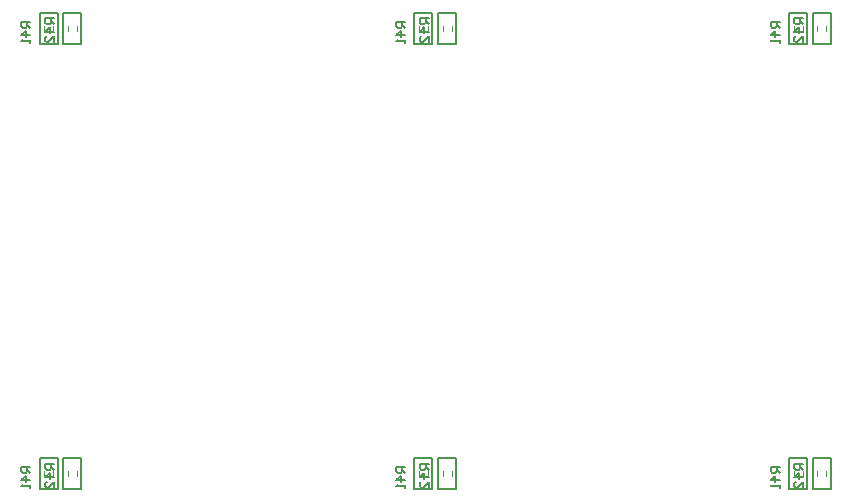
<source format=gbo>
G04*
G04 #@! TF.GenerationSoftware,Altium Limited,Altium Designer,22.7.1 (60)*
G04*
G04 Layer_Color=32896*
%FSTAX24Y24*%
%MOIN*%
G70*
G04*
G04 #@! TF.SameCoordinates,6CD0EBB0-E617-4DF7-9ACC-651BA77C9F88*
G04*
G04*
G04 #@! TF.FilePolarity,Positive*
G04*
G01*
G75*
%ADD22C,0.0080*%
%ADD32C,0.0039*%
%ADD34C,0.0050*%
D22*
X044379Y021719D02*
X044079D01*
Y02157D01*
X044129Y02152D01*
X044229D01*
X044279Y02157D01*
Y021719D01*
Y02162D02*
X044379Y02152D01*
Y02127D02*
X044079D01*
X044229Y02142D01*
Y02122D01*
X044379Y02092D02*
Y02112D01*
X044179Y02092D01*
X044129D01*
X044079Y02097D01*
Y02107D01*
X044129Y02112D01*
X043591Y021617D02*
X043291D01*
Y021467D01*
X043341Y021418D01*
X043441D01*
X043491Y021467D01*
Y021617D01*
Y021517D02*
X043591Y021418D01*
Y021168D02*
X043291D01*
X043441Y021318D01*
Y021118D01*
X043591Y021018D02*
Y020918D01*
Y020968D01*
X043291D01*
X043341Y021018D01*
X044379Y036557D02*
X044079D01*
Y036407D01*
X044129Y036357D01*
X044229D01*
X044279Y036407D01*
Y036557D01*
Y036457D02*
X044379Y036357D01*
Y036107D02*
X044079D01*
X044229Y036257D01*
Y036057D01*
X044379Y035757D02*
Y035957D01*
X044179Y035757D01*
X044129D01*
X044079Y035807D01*
Y035907D01*
X044129Y035957D01*
X043591Y036455D02*
X043291D01*
Y036305D01*
X043341Y036255D01*
X043441D01*
X043491Y036305D01*
Y036455D01*
Y036355D02*
X043591Y036255D01*
Y036005D02*
X043291D01*
X043441Y036155D01*
Y035955D01*
X043591Y035855D02*
Y035755D01*
Y035805D01*
X043291D01*
X043341Y035855D01*
X031891Y021719D02*
X031591D01*
Y02157D01*
X031641Y02152D01*
X031741D01*
X031791Y02157D01*
Y021719D01*
Y02162D02*
X031891Y02152D01*
Y02127D02*
X031591D01*
X031741Y02142D01*
Y02122D01*
X031891Y02092D02*
Y02112D01*
X031691Y02092D01*
X031641D01*
X031591Y02097D01*
Y02107D01*
X031641Y02112D01*
X031104Y021617D02*
X030804D01*
Y021467D01*
X030854Y021418D01*
X030954D01*
X031004Y021467D01*
Y021617D01*
Y021517D02*
X031104Y021418D01*
Y021168D02*
X030804D01*
X030954Y021318D01*
Y021118D01*
X031104Y021018D02*
Y020918D01*
Y020968D01*
X030804D01*
X030854Y021018D01*
X031891Y036557D02*
X031591D01*
Y036407D01*
X031641Y036357D01*
X031741D01*
X031791Y036407D01*
Y036557D01*
Y036457D02*
X031891Y036357D01*
Y036107D02*
X031591D01*
X031741Y036257D01*
Y036057D01*
X031891Y035757D02*
Y035957D01*
X031691Y035757D01*
X031641D01*
X031591Y035807D01*
Y035907D01*
X031641Y035957D01*
X031104Y036455D02*
X030804D01*
Y036305D01*
X030854Y036255D01*
X030954D01*
X031004Y036305D01*
Y036455D01*
Y036355D02*
X031104Y036255D01*
Y036005D02*
X030804D01*
X030954Y036155D01*
Y035955D01*
X031104Y035855D02*
Y035755D01*
Y035805D01*
X030804D01*
X030854Y035855D01*
X019404Y021719D02*
X019104D01*
Y02157D01*
X019154Y02152D01*
X019254D01*
X019304Y02157D01*
Y021719D01*
Y02162D02*
X019404Y02152D01*
Y02127D02*
X019104D01*
X019254Y02142D01*
Y02122D01*
X019404Y02092D02*
Y02112D01*
X019204Y02092D01*
X019154D01*
X019104Y02097D01*
Y02107D01*
X019154Y02112D01*
X018616Y021617D02*
X018317D01*
Y021467D01*
X018367Y021418D01*
X018467D01*
X018517Y021467D01*
Y021617D01*
Y021517D02*
X018616Y021418D01*
Y021168D02*
X018317D01*
X018467Y021318D01*
Y021118D01*
X018616Y021018D02*
Y020918D01*
Y020968D01*
X018317D01*
X018367Y021018D01*
X019404Y036557D02*
X019104D01*
Y036407D01*
X019154Y036357D01*
X019254D01*
X019304Y036407D01*
Y036557D01*
Y036457D02*
X019404Y036357D01*
Y036107D02*
X019104D01*
X019254Y036257D01*
Y036057D01*
X019404Y035757D02*
Y035957D01*
X019204Y035757D01*
X019154D01*
X019104Y035807D01*
Y035907D01*
X019154Y035957D01*
X018616Y036455D02*
X018317D01*
Y036305D01*
X018367Y036255D01*
X018467D01*
X018517Y036305D01*
Y036455D01*
Y036355D02*
X018616Y036255D01*
Y036005D02*
X018317D01*
X018467Y036155D01*
Y035955D01*
X018616Y035855D02*
Y035755D01*
Y035805D01*
X018317D01*
X018367Y035855D01*
D32*
X044839Y021314D02*
Y021464D01*
X045139Y021314D02*
Y021464D01*
X044051Y021314D02*
Y021464D01*
X044351Y021314D02*
Y021464D01*
X044839Y036151D02*
Y036301D01*
X045139Y036151D02*
Y036301D01*
X044051Y036151D02*
Y036301D01*
X044351Y036151D02*
Y036301D01*
X032351Y021314D02*
Y021464D01*
X032651Y021314D02*
Y021464D01*
X031564Y021314D02*
Y021464D01*
X031864Y021314D02*
Y021464D01*
X032351Y036151D02*
Y036301D01*
X032651Y036151D02*
Y036301D01*
X031564Y036151D02*
Y036301D01*
X031864Y036151D02*
Y036301D01*
X019864Y021314D02*
Y021464D01*
X020164Y021314D02*
Y021464D01*
X019076Y021314D02*
Y021464D01*
X019376Y021314D02*
Y021464D01*
X019864Y036151D02*
Y036301D01*
X020164Y036151D02*
Y036301D01*
X019076Y036151D02*
Y036301D01*
X019376Y036151D02*
Y036301D01*
D34*
X045289Y020864D02*
Y021914D01*
X044689D01*
Y020864D02*
Y021914D01*
X045289Y020864D02*
X044689D01*
X044501D02*
Y021914D01*
X043901D01*
Y020864D02*
Y021914D01*
X044501Y020864D02*
X043901D01*
X045289Y035701D02*
Y036751D01*
X044689D01*
Y035701D02*
Y036751D01*
X045289Y035701D02*
X044689D01*
X044501D02*
Y036751D01*
X043901D01*
Y035701D02*
Y036751D01*
X044501Y035701D02*
X043901D01*
X032801Y020864D02*
Y021914D01*
X032201D01*
Y020864D02*
Y021914D01*
X032801Y020864D02*
X032201D01*
X032014D02*
Y021914D01*
X031414D01*
Y020864D02*
Y021914D01*
X032014Y020864D02*
X031414D01*
X032801Y035701D02*
Y036751D01*
X032201D01*
Y035701D02*
Y036751D01*
X032801Y035701D02*
X032201D01*
X032014D02*
Y036751D01*
X031414D01*
Y035701D02*
Y036751D01*
X032014Y035701D02*
X031414D01*
X020314Y020864D02*
Y021914D01*
X019714D01*
Y020864D02*
Y021914D01*
X020314Y020864D02*
X019714D01*
X019526D02*
Y021914D01*
X018926D01*
Y020864D02*
Y021914D01*
X019526Y020864D02*
X018926D01*
X020314Y035701D02*
Y036751D01*
X019714D01*
Y035701D02*
Y036751D01*
X020314Y035701D02*
X019714D01*
X019526D02*
Y036751D01*
X018926D01*
Y035701D02*
Y036751D01*
X019526Y035701D02*
X018926D01*
M02*

</source>
